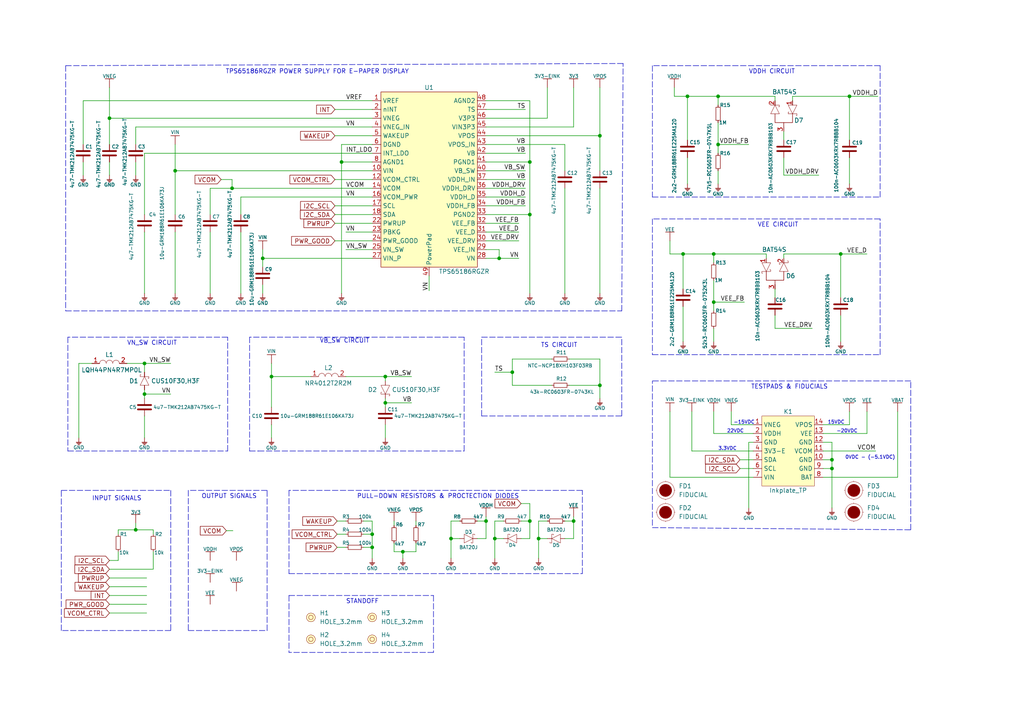
<source format=kicad_sch>
(kicad_sch (version 20211123) (generator eeschema)
  (paper "A4")
  (title_block (title "Soldered Inkplate PLUS2") (date "2023-04-13") (rev "V1.1.0.") (company "SOLDERED"))
  (junction (at 39.37 153.67))
  (junction (at 99.06 46.99))
  (junction (at 116.84 160.02))
  (junction (at 246.38 27.94))
  (junction (at 78.74 109.22))
  (junction (at 140.97 151.13))
  (junction (at 76.2 74.93))
  (junction (at 148.59 107.95))
  (junction (at 199.39 27.94))
  (junction (at 144.78 74.93))
  (junction (at 153.67 151.13))
  (junction (at 41.91 114.3))
  (junction (at 173.99 39.37))
  (junction (at 198.12 73.66))
  (junction (at 156.21 156.21))
  (junction (at 143.51 156.21))
  (junction (at 107.95 154.94))
  (junction (at 207.01 73.66))
  (junction (at 166.37 151.13))
  (junction (at 41.91 105.41))
  (junction (at 130.81 156.21))
  (junction (at 31.75 34.29))
  (junction (at 50.8 49.53))
  (junction (at 111.76 109.22))
  (junction (at 173.99 111.76))
  (junction (at 107.95 158.75))
  (junction (at 111.76 116.84))
  (junction (at 208.28 41.91))
  (junction (at 241.3 133.35))
  (junction (at 153.67 62.23))
  (junction (at 153.67 46.99))
  (junction (at 241.3 135.89))
  (junction (at 67.31 54.61))
  (junction (at 207.01 87.63))
  (junction (at 243.84 73.66))
  (junction (at 208.28 27.94))
  (wire (pts (xy 39.37 50.8) (xy 39.37 46.99)))
  (wire (pts (xy 224.79 95.25) (xy 224.79 91.44)))
  (wire (pts (xy 212.09 119.38) (xy 212.09 123.19)))
  (wire (pts (xy 224.79 95.25) (xy 235.585 95.25)))
  (wire (pts (xy 41.91 44.45) (xy 107.95 44.45)))
  (wire (pts (xy 246.38 123.19) (xy 246.38 119.38)))
  (wire (pts (xy 31.75 25.4) (xy 31.75 34.29)))
  (wire (pts (xy 163.83 156.21) (xy 166.37 156.21)))
  (wire (pts (xy 140.97 59.69) (xy 152.4 59.69)))
  (wire (pts (xy 200.66 130.81) (xy 200.66 119.38)))
  (polyline (pts (xy 189.23 63.5) (xy 189.23 102.87)))
  (polyline (pts (xy 264.16 110.49) (xy 189.23 110.49)))
  (wire (pts (xy 39.37 36.83) (xy 107.95 36.83)))
  (wire (pts (xy 140.97 72.39) (xy 144.78 72.39)))
  (wire (pts (xy 151.13 151.13) (xy 153.67 151.13)))
  (wire (pts (xy 173.99 25.4) (xy 173.99 39.37)))
  (wire (pts (xy 158.75 34.29) (xy 158.75 25.4)))
  (wire (pts (xy 114.3 157.48) (xy 114.3 160.02)))
  (polyline (pts (xy 19.685 97.79) (xy 19.685 130.81)))
  (wire (pts (xy 140.97 31.75) (xy 152.4 31.75)))
  (wire (pts (xy 140.97 52.07) (xy 152.4 52.07)))
  (wire (pts (xy 166.37 151.13) (xy 166.37 149.86)))
  (wire (pts (xy 31.75 170.18) (xy 42.545 170.18)))
  (wire (pts (xy 208.28 27.94) (xy 224.79 27.94)))
  (wire (pts (xy 39.37 153.67) (xy 44.45 153.67)))
  (wire (pts (xy 222.25 74.93) (xy 222.25 73.66)))
  (wire (pts (xy 67.31 52.07) (xy 67.31 54.61)))
  (wire (pts (xy 34.29 153.67) (xy 39.37 153.67)))
  (wire (pts (xy 229.87 29.21) (xy 229.87 27.94)))
  (wire (pts (xy 153.67 46.99) (xy 153.67 62.23)))
  (wire (pts (xy 114.3 152.4) (xy 114.3 151.13)))
  (wire (pts (xy 24.13 50.8) (xy 24.13 46.99)))
  (wire (pts (xy 243.84 73.66) (xy 251.46 73.66)))
  (wire (pts (xy 246.38 27.94) (xy 254.635 27.94)))
  (polyline (pts (xy 72.39 97.79) (xy 72.39 130.81)))
  (wire (pts (xy 107.95 74.93) (xy 76.2 74.93)))
  (wire (pts (xy 207.01 125.73) (xy 207.01 119.38)))
  (wire (pts (xy 97.155 31.75) (xy 107.95 31.75)))
  (wire (pts (xy 111.76 118.11) (xy 111.76 116.84)))
  (wire (pts (xy 120.65 152.4) (xy 120.65 151.13)))
  (wire (pts (xy 138.43 156.21) (xy 140.97 156.21)))
  (wire (pts (xy 97.155 39.37) (xy 107.95 39.37)))
  (wire (pts (xy 217.17 41.91) (xy 208.28 41.91)))
  (polyline (pts (xy 54.61 142.24) (xy 54.61 182.88)))
  (wire (pts (xy 254 130.81) (xy 238.76 130.81)))
  (wire (pts (xy 148.59 107.95) (xy 148.59 111.76)))
  (wire (pts (xy 208.28 35.56) (xy 208.28 41.91)))
  (wire (pts (xy 218.44 125.73) (xy 207.01 125.73)))
  (wire (pts (xy 140.97 62.23) (xy 153.67 62.23)))
  (wire (pts (xy 39.37 41.91) (xy 39.37 36.83)))
  (wire (pts (xy 227.33 45.72) (xy 227.33 50.8)))
  (wire (pts (xy 76.2 74.93) (xy 76.2 72.39)))
  (wire (pts (xy 140.97 57.15) (xy 152.4 57.15)))
  (polyline (pts (xy 74.93 130.81) (xy 134.62 130.81)))
  (wire (pts (xy 100.33 67.31) (xy 107.95 67.31)))
  (wire (pts (xy 60.96 67.31) (xy 60.96 85.09)))
  (wire (pts (xy 207.01 81.28) (xy 207.01 87.63)))
  (wire (pts (xy 31.75 175.26) (xy 42.545 175.26)))
  (wire (pts (xy 166.37 151.13) (xy 166.37 156.21)))
  (wire (pts (xy 151.13 146.05) (xy 153.67 146.05)))
  (wire (pts (xy 76.2 82.55) (xy 76.2 85.09)))
  (wire (pts (xy 67.31 54.61) (xy 107.95 54.61)))
  (wire (pts (xy 140.97 34.29) (xy 158.75 34.29)))
  (wire (pts (xy 140.97 74.93) (xy 144.78 74.93)))
  (wire (pts (xy 107.95 158.75) (xy 107.95 161.925)))
  (polyline (pts (xy 66.04 97.79) (xy 19.685 97.79)))
  (polyline (pts (xy 168.91 142.24) (xy 83.82 142.24)))
  (polyline (pts (xy 189.23 102.87) (xy 255.27 102.87)))
  (wire (pts (xy 218.44 135.89) (xy 214.63 135.89)))
  (wire (pts (xy 97.79 158.75) (xy 100.33 158.75)))
  (wire (pts (xy 207.01 76.2) (xy 207.01 73.66)))
  (wire (pts (xy 99.06 46.99) (xy 99.06 85.09)))
  (wire (pts (xy 50.8 49.53) (xy 50.8 41.91)))
  (wire (pts (xy 107.95 151.13) (xy 107.95 154.94)))
  (wire (pts (xy 241.3 147.32) (xy 241.3 135.89)))
  (polyline (pts (xy 180.34 120.65) (xy 180.34 97.79)))
  (wire (pts (xy 120.65 157.48) (xy 120.65 160.02)))
  (polyline (pts (xy 83.82 166.37) (xy 168.91 166.37)))
  (wire (pts (xy 100.33 151.13) (xy 97.79 151.13)))
  (wire (pts (xy 229.87 27.94) (xy 246.38 27.94)))
  (wire (pts (xy 243.84 91.44) (xy 243.84 99.06)))
  (wire (pts (xy 64.135 52.07) (xy 67.31 52.07)))
  (polyline (pts (xy 255.27 63.5) (xy 189.23 63.5)))
  (wire (pts (xy 41.91 114.3) (xy 49.53 114.3)))
  (wire (pts (xy 34.29 160.02) (xy 34.29 162.56)))
  (wire (pts (xy 100.33 109.22) (xy 111.76 109.22)))
  (wire (pts (xy 140.97 44.45) (xy 152.4 44.45)))
  (wire (pts (xy 251.46 125.73) (xy 251.46 119.38)))
  (wire (pts (xy 163.83 151.13) (xy 166.37 151.13)))
  (wire (pts (xy 24.13 41.91) (xy 24.13 29.21)))
  (polyline (pts (xy 134.62 130.81) (xy 134.62 97.79)))
  (polyline (pts (xy 125.73 189.23) (xy 83.82 189.23)))
  (polyline (pts (xy 19.05 19.05) (xy 19.05 90.17)))
  (wire (pts (xy 243.84 86.36) (xy 243.84 73.66)))
  (wire (pts (xy 31.75 34.29) (xy 107.95 34.29)))
  (wire (pts (xy 143.51 107.95) (xy 148.59 107.95)))
  (wire (pts (xy 173.99 111.76) (xy 173.99 115.57)))
  (wire (pts (xy 60.96 54.61) (xy 67.31 54.61)))
  (wire (pts (xy 158.75 156.21) (xy 156.21 156.21)))
  (wire (pts (xy 34.29 154.94) (xy 34.29 153.67)))
  (polyline (pts (xy 66.04 130.81) (xy 66.04 97.79)))
  (wire (pts (xy 148.59 104.14) (xy 160.02 104.14)))
  (wire (pts (xy 130.81 156.21) (xy 130.81 161.925)))
  (polyline (pts (xy 189.23 57.15) (xy 255.27 57.15)))
  (wire (pts (xy 218.44 130.81) (xy 200.66 130.81)))
  (wire (pts (xy 140.97 36.83) (xy 166.37 36.83)))
  (wire (pts (xy 78.74 105.41) (xy 78.74 109.22)))
  (wire (pts (xy 173.99 54.61) (xy 173.99 85.09)))
  (wire (pts (xy 97.155 52.07) (xy 107.95 52.07)))
  (wire (pts (xy 241.3 133.35) (xy 238.76 133.35)))
  (wire (pts (xy 31.75 177.8) (xy 42.545 177.8)))
  (wire (pts (xy 69.85 57.15) (xy 69.85 62.23)))
  (wire (pts (xy 207.01 99.06) (xy 207.01 95.25)))
  (wire (pts (xy 158.75 151.13) (xy 156.21 151.13)))
  (wire (pts (xy 41.91 105.41) (xy 41.91 107.95)))
  (wire (pts (xy 97.79 154.94) (xy 100.33 154.94)))
  (wire (pts (xy 60.96 62.23) (xy 60.96 54.61)))
  (wire (pts (xy 208.28 30.48) (xy 208.28 27.94)))
  (wire (pts (xy 238.76 135.89) (xy 241.3 135.89)))
  (wire (pts (xy 140.97 54.61) (xy 152.4 54.61)))
  (wire (pts (xy 105.41 158.75) (xy 107.95 158.75)))
  (wire (pts (xy 156.21 151.13) (xy 156.21 156.21)))
  (wire (pts (xy 69.85 57.15) (xy 107.95 57.15)))
  (polyline (pts (xy 83.82 172.72) (xy 83.82 189.23)))
  (polyline (pts (xy 168.91 166.37) (xy 168.91 142.24)))
  (wire (pts (xy 173.99 104.14) (xy 173.99 111.76)))
  (wire (pts (xy 41.91 120.65) (xy 41.91 127)))
  (wire (pts (xy 97.155 69.85) (xy 107.95 69.85)))
  (wire (pts (xy 90.17 109.22) (xy 78.74 109.22)))
  (wire (pts (xy 224.79 27.94) (xy 224.79 29.21)))
  (wire (pts (xy 238.76 138.43) (xy 260.35 138.43)))
  (wire (pts (xy 124.46 80.01) (xy 124.46 84.328)))
  (wire (pts (xy 195.58 25.4) (xy 195.58 27.94)))
  (wire (pts (xy 194.31 138.43) (xy 218.44 138.43)))
  (polyline (pts (xy 255.27 102.87) (xy 255.27 63.5)))
  (wire (pts (xy 99.06 41.91) (xy 107.95 41.91)))
  (wire (pts (xy 105.41 154.94) (xy 107.95 154.94)))
  (wire (pts (xy 99.06 46.99) (xy 107.95 46.99)))
  (wire (pts (xy 199.39 40.64) (xy 199.39 27.94)))
  (wire (pts (xy 138.43 151.13) (xy 140.97 151.13)))
  (wire (pts (xy 165.1 104.14) (xy 173.99 104.14)))
  (polyline (pts (xy 83.82 172.72) (xy 125.73 172.72)))
  (polyline (pts (xy 264.16 153.67) (xy 264.16 110.49)))
  (wire (pts (xy 140.97 151.13) (xy 140.97 156.21)))
  (wire (pts (xy 140.97 67.31) (xy 150.495 67.31)))
  (polyline (pts (xy 17.78 182.88) (xy 17.78 142.24)))
  (wire (pts (xy 156.21 156.21) (xy 156.21 161.925)))
  (wire (pts (xy 26.67 105.41) (xy 22.86 105.41)))
  (wire (pts (xy 194.31 73.66) (xy 198.12 73.66)))
  (wire (pts (xy 163.83 49.53) (xy 163.83 41.91)))
  (wire (pts (xy 50.8 62.23) (xy 50.8 49.53)))
  (polyline (pts (xy 189.23 19.05) (xy 189.23 57.15)))
  (wire (pts (xy 140.97 49.53) (xy 152.4 49.53)))
  (wire (pts (xy 207.01 73.66) (xy 222.25 73.66)))
  (wire (pts (xy 227.33 50.8) (xy 237.49 50.8)))
  (wire (pts (xy 194.31 119.38) (xy 194.31 138.43)))
  (wire (pts (xy 114.3 160.02) (xy 116.84 160.02)))
  (wire (pts (xy 208.28 41.91) (xy 208.28 44.45)))
  (wire (pts (xy 173.99 39.37) (xy 173.99 49.53)))
  (wire (pts (xy 39.37 151.765) (xy 39.37 153.67)))
  (polyline (pts (xy 17.78 142.24) (xy 49.53 142.24)))
  (polyline (pts (xy 83.82 142.24) (xy 83.82 166.37)))
  (wire (pts (xy 41.91 85.09) (xy 41.91 67.31)))
  (wire (pts (xy 24.13 29.21) (xy 107.95 29.21)))
  (wire (pts (xy 165.1 111.76) (xy 173.99 111.76)))
  (wire (pts (xy 195.58 27.94) (xy 199.39 27.94)))
  (polyline (pts (xy 255.27 57.15) (xy 255.27 19.05)))
  (wire (pts (xy 41.91 113.03) (xy 41.91 114.3)))
  (wire (pts (xy 140.97 39.37) (xy 173.99 39.37)))
  (polyline (pts (xy 19.685 130.81) (xy 66.04 130.81)))
  (wire (pts (xy 76.2 77.47) (xy 76.2 74.93)))
  (wire (pts (xy 153.67 146.05) (xy 153.67 151.13)))
  (wire (pts (xy 246.38 53.34) (xy 246.38 45.72)))
  (wire (pts (xy 246.38 40.64) (xy 246.38 27.94)))
  (wire (pts (xy 65.659 153.924) (xy 67.564 153.924)))
  (wire (pts (xy 144.78 72.39) (xy 144.78 74.93)))
  (wire (pts (xy 194.31 69.85) (xy 194.31 73.66)))
  (wire (pts (xy 146.05 156.21) (xy 143.51 156.21)))
  (wire (pts (xy 218.44 128.27) (xy 217.17 128.27)))
  (wire (pts (xy 143.51 156.21) (xy 143.51 161.925)))
  (polyline (pts (xy 180.721 18.415) (xy 19.05 19.05)))
  (wire (pts (xy 153.67 62.23) (xy 153.67 85.09)))
  (wire (pts (xy 227.33 73.66) (xy 243.84 73.66)))
  (polyline (pts (xy 180.34 90.17) (xy 180.721 18.415)))
  (polyline (pts (xy 189.23 152.4) (xy 189.23 110.49)))
  (wire (pts (xy 241.3 128.27) (xy 241.3 133.35)))
  (polyline (pts (xy 189.23 153.035) (xy 264.16 153.67)))
  (wire (pts (xy 31.75 46.99) (xy 31.75 50.8)))
  (wire (pts (xy 107.95 154.94) (xy 107.95 158.75)))
  (wire (pts (xy 44.45 153.67) (xy 44.45 154.94)))
  (wire (pts (xy 224.79 83.82) (xy 224.79 86.36)))
  (polyline (pts (xy 139.7 120.65) (xy 180.34 120.65)))
  (wire (pts (xy 105.41 151.13) (xy 107.95 151.13)))
  (wire (pts (xy 208.28 49.53) (xy 208.28 53.34)))
  (polyline (pts (xy 125.73 172.72) (xy 125.73 189.23)))
  (wire (pts (xy 140.97 69.85) (xy 150.495 69.85)))
  (wire (pts (xy 78.74 123.19) (xy 78.74 127)))
  (wire (pts (xy 166.37 25.4) (xy 166.37 36.83)))
  (wire (pts (xy 140.97 149.86) (xy 140.97 151.13)))
  (wire (pts (xy 140.97 46.99) (xy 153.67 46.99)))
  (wire (pts (xy 199.39 27.94) (xy 208.28 27.94)))
  (wire (pts (xy 153.67 29.21) (xy 153.67 46.99)))
  (wire (pts (xy 241.3 135.89) (xy 241.3 133.35)))
  (wire (pts (xy 148.59 107.95) (xy 148.59 104.14)))
  (wire (pts (xy 143.51 151.13) (xy 143.51 156.21)))
  (polyline (pts (xy 139.7 120.65) (xy 139.7 97.79)))
  (wire (pts (xy 111.76 116.84) (xy 119.38 116.84)))
  (wire (pts (xy 50.8 49.53) (xy 107.95 49.53)))
  (polyline (pts (xy 77.47 182.88) (xy 77.47 142.24)))
  (wire (pts (xy 50.8 67.31) (xy 50.8 85.09)))
  (wire (pts (xy 238.76 123.19) (xy 246.38 123.19)))
  (wire (pts (xy 133.35 156.21) (xy 130.81 156.21)))
  (wire (pts (xy 31.75 172.72) (xy 42.545 172.72)))
  (wire (pts (xy 238.76 125.73) (xy 251.46 125.73)))
  (wire (pts (xy 199.39 53.34) (xy 199.39 45.72)))
  (wire (pts (xy 111.76 123.19) (xy 111.76 127)))
  (wire (pts (xy 144.78 74.93) (xy 150.495 74.93)))
  (wire (pts (xy 44.45 165.1) (xy 44.45 160.02)))
  (wire (pts (xy 130.81 151.13) (xy 130.81 156.21)))
  (polyline (pts (xy 134.62 97.79) (xy 72.39 97.79)))
  (wire (pts (xy 111.76 115.57) (xy 111.76 116.84)))
  (wire (pts (xy 116.84 160.02) (xy 116.84 161.925)))
  (wire (pts (xy 140.97 29.21) (xy 153.67 29.21)))
  (wire (pts (xy 31.75 167.64) (xy 42.545 167.64)))
  (wire (pts (xy 100.33 72.39) (xy 107.95 72.39)))
  (wire (pts (xy 31.75 165.1) (xy 44.45 165.1)))
  (wire (pts (xy 163.83 85.09) (xy 163.83 54.61)))
  (wire (pts (xy 151.13 156.21) (xy 153.67 156.21)))
  (wire (pts (xy 41.91 62.23) (xy 41.91 44.45)))
  (wire (pts (xy 97.155 62.23) (xy 107.95 62.23)))
  (wire (pts (xy 160.02 111.76) (xy 148.59 111.76)))
  (wire (pts (xy 133.35 151.13) (xy 130.81 151.13)))
  (wire (pts (xy 212.09 123.19) (xy 218.44 123.19)))
  (wire (pts (xy 198.12 73.66) (xy 207.01 73.66)))
  (wire (pts (xy 140.97 64.77) (xy 150.495 64.77)))
  (wire (pts (xy 116.84 160.02) (xy 120.65 160.02)))
  (polyline (pts (xy 54.61 182.88) (xy 77.47 182.88)))
  (wire (pts (xy 227.33 40.64) (xy 227.33 38.1)))
  (wire (pts (xy 140.97 41.91) (xy 163.83 41.91)))
  (wire (pts (xy 31.75 34.29) (xy 31.75 41.91)))
  (wire (pts (xy 97.155 64.77) (xy 107.95 64.77)))
  (wire (pts (xy 198.12 83.82) (xy 198.12 73.66)))
  (wire (pts (xy 69.85 67.31) (xy 69.85 85.09)))
  (polyline (pts (xy 255.27 19.05) (xy 189.23 19.05)))
  (polyline (pts (xy 72.39 130.81) (xy 74.93 130.81)))
  (wire (pts (xy 111.76 109.22) (xy 119.38 109.22)))
  (wire (pts (xy 41.91 115.57) (xy 41.91 114.3)))
  (polyline (pts (xy 139.7 97.79) (xy 180.34 97.79)))
  (wire (pts (xy 99.06 41.91) (xy 99.06 46.99)))
  (wire (pts (xy 41.91 105.41) (xy 49.53 105.41)))
  (polyline (pts (xy 77.47 142.24) (xy 54.61 142.24)))
  (wire (pts (xy 207.01 87.63) (xy 215.9 87.63)))
  (polyline (pts (xy 49.53 142.24) (xy 49.53 182.88)))
  (wire (pts (xy 227.33 74.93) (xy 227.33 73.66)))
  (wire (pts (xy 198.12 88.9) (xy 198.12 99.06)))
  (wire (pts (xy 97.155 59.69) (xy 107.95 59.69)))
  (wire (pts (xy 218.44 133.35) (xy 214.63 133.35)))
  (polyline (pts (xy 49.53 182.88) (xy 17.78 182.88)))
  (wire (pts (xy 153.67 151.13) (xy 153.67 156.21)))
  (wire (pts (xy 238.76 128.27) (xy 241.3 128.27)))
  (wire (pts (xy 260.35 138.43) (xy 260.35 119.38)))
  (wire (pts (xy 217.17 128.27) (xy 217.17 147.32)))
  (wire (pts (xy 207.01 90.17) (xy 207.01 87.63)))
  (wire (pts (xy 111.76 109.22) (xy 111.76 110.49)))
  (wire (pts (xy 36.83 105.41) (xy 41.91 105.41)))
  (wire (pts (xy 78.74 109.22) (xy 78.74 118.11)))
  (wire (pts (xy 22.86 105.41) (xy 22.86 127)))
  (wire (pts (xy 34.29 162.56) (xy 31.75 162.56)))
  (wire (pts (xy 146.05 151.13) (xy 143.51 151.13)))
  (polyline (pts (xy 19.05 90.17) (xy 180.34 90.17)))
  (text "VB_SW CIRCUIT\n" (at 92.71 99.695 0) (effects (font (size 1.27 1.27)) (justify left bottom)))
  (text "OUTPUT SIGNALS" (at 58.42 144.78 0) (effects (font (size 1.27 1.27)) (justify left bottom)))
  (text "VEE CIRCUIT\n" (at 219.71 66.04 0) (effects (font (size 1.27 1.27)) (justify left bottom)))
  (text "0VDC - (-5.1VDC)" (at 245.11 133.35 0) (effects (font (size 1 1)) (justify left bottom)))
  (text "-20VDC" (at 242.57 125.73 0) (effects (font (size 1 1)) (justify left bottom)))
  (text "TS CIRCUIT\n" (at 156.845 100.965 0) (effects (font (size 1.27 1.27)) (justify left bottom)))
  (text "STANDOFF" (at 100.33 175.26 0) (effects (font (size 1.27 1.27)) (justify left bottom)))
  (text "TPS65186RGZR POWER SUPPLY FOR E-PAPER DISPLAY" (at 65.405 21.59 0) (effects (font (size 1.27 1.27)) (justify left bottom)))
  (text "3.3VDC\n" (at 208.28 130.81 0) (effects (font (size 1 1)) (justify left bottom)))
  (text "22VDC\n" (at 210.82 125.73 0) (effects (font (size 1 1)) (justify left bottom)))
  (text "VDDH CIRCUIT\n" (at 217.17 21.59 0) (effects (font (size 1.27 1.27)) (justify left bottom)))
  (text "TESTPADS & FIDUCIALS" (at 217.805 113.03 0) (effects (font (size 1.27 1.27)) (justify left bottom)))
  (text "PULL-DOWN RESISTORS & PROCTECTION DIODES" (at 103.505 144.78 0) (effects (font (size 1.27 1.27)) (justify left bottom)))
  (text "VN_SW CIRCUIT\n" (at 36.83 100.33 0) (effects (font (size 1.27 1.27)) (justify left bottom)))
  (text "-15VDC\n" (at 212.725 123.19 0) (effects (font (size 1 1)) (justify left bottom)))
  (text "INPUT SIGNALS\n" (at 26.67 145.415 0) (effects (font (size 1.27 1.27)) (justify left bottom)))
  (text "15VDC\n" (at 240.03 123.19 0) (effects (font (size 1 1)) (justify left bottom)))
  (label "VN_SW" (at 100.33 72.39 0))
  (label "VDDH_DRV" (at 237.49 50.8 180))
  (label "TS" (at 152.4 31.75 180))
  (label "VDDH_DRV" (at 152.4 54.61 180))
  (label "VEE_DRV" (at 235.585 95.25 180))
  (label "VEE_FB" (at 150.495 64.77 180))
  (label "VB" (at 119.38 116.84 180))
  (label "VEE_FB" (at 215.9 87.63 180))
  (label "VN" (at 150.495 74.93 180))
  (label "VDDH_FB" (at 152.4 59.69 180))
  (label "VDDH_D" (at 152.4 57.15 180))
  (label "VEE_D" (at 150.495 67.31 180))
  (label "VCOM" (at 254 130.81 180))
  (label "INT_LDO" (at 100.33 44.45 0))
  (label "VEE_DRV" (at 150.495 69.85 180))
  (label "VEE_D" (at 251.46 73.66 180))
  (label "VB" (at 152.4 41.91 180))
  (label "VB" (at 152.4 44.45 180))
  (label "TS" (at 143.51 107.95 0))
  (label "VN" (at 124.46 84.328 90))
  (label "VN" (at 100.33 36.83 0))
  (label "VN_SW" (at 49.53 105.41 180))
  (label "VDDH_D" (at 254.635 27.94 180))
  (label "VN" (at 100.33 67.31 0))
  (label "VB" (at 152.4 52.07 180))
  (label "VN" (at 49.53 114.3 180))
  (label "VN" (at 100.33 57.15 0))
  (label "VDDH_FB" (at 217.17 41.91 180))
  (label "VREF" (at 100.33 29.21 0))
  (label "VCOM" (at 100.33 54.61 0))
  (label "VB_SW" (at 119.38 109.22 180))
  (label "VB_SW" (at 152.4 49.53 180))
  (global_label "I2C_SCL" (shape input) (at 31.75 162.56 180) (property "Intersheet References" "${INTERSHEET_REFS}" (effects hide)))
  (global_label "VCOM_CTRL" (shape input) (at 97.155 52.07 180) (property "Intersheet References" "${INTERSHEET_REFS}" (effects hide)))
  (global_label "PWR_GOOD" (shape input) (at 31.75 175.26 180) (property "Intersheet References" "${INTERSHEET_REFS}" (effects hide)))
  (global_label "I2C_SDA" (shape input) (at 31.75 165.1 180) (property "Intersheet References" "${INTERSHEET_REFS}" (effects hide)))
  (global_label "PWRUP" (shape input) (at 97.155 64.77 180) (property "Intersheet References" "${INTERSHEET_REFS}" (effects hide)))
  (global_label "VCOM" (shape input) (at 64.135 52.07 180) (property "Intersheet References" "${INTERSHEET_REFS}" (effects hide)))
  (global_label "I2C_SDA" (shape input) (at 214.63 133.35 180) (property "Intersheet References" "${INTERSHEET_REFS}" (effects hide)))
  (global_label "PWRUP" (shape input) (at 97.79 158.75 180) (property "Intersheet References" "${INTERSHEET_REFS}" (effects hide)))
  (global_label "WAKEUP" (shape input) (at 31.75 170.18 180) (property "Intersheet References" "${INTERSHEET_REFS}" (effects hide)))
  (global_label "PWR_GOOD" (shape input) (at 97.155 69.85 180) (property "Intersheet References" "${INTERSHEET_REFS}" (effects hide)))
  (global_label "PWRUP" (shape input) (at 31.75 167.64 180) (property "Intersheet References" "${INTERSHEET_REFS}" (effects hide)))
  (global_label "VCOM_CTRL" (shape input) (at 31.75 177.8 180) (property "Intersheet References" "${INTERSHEET_REFS}" (effects hide)))
  (global_label "I2C_SCL" (shape input) (at 214.63 135.89 180) (property "Intersheet References" "${INTERSHEET_REFS}" (effects hide)))
  (global_label "INT" (shape input) (at 97.155 31.75 180) (property "Intersheet References" "${INTERSHEET_REFS}" (effects hide)))
  (global_label "I2C_SDA" (shape input) (at 97.155 62.23 180) (property "Intersheet References" "${INTERSHEET_REFS}" (effects hide)))
  (global_label "VCOM" (shape input) (at 65.659 153.924 180) (property "Intersheet References" "${INTERSHEET_REFS}" (effects hide)))
  (global_label "INT" (shape input) (at 31.75 172.72 180) (property "Intersheet References" "${INTERSHEET_REFS}" (effects hide)))
  (global_label "WAKEUP" (shape input) (at 97.79 151.13 180) (property "Intersheet References" "${INTERSHEET_REFS}" (effects hide)))
  (global_label "WAKEUP" (shape input) (at 97.155 39.37 180) (property "Intersheet References" "${INTERSHEET_REFS}" (effects hide)))
  (global_label "VCOM" (shape input) (at 151.13 146.05 180) (property "Intersheet References" "${INTERSHEET_REFS}" (effects hide)))
  (global_label "I2C_SCL" (shape input) (at 97.155 59.69 180) (property "Intersheet References" "${INTERSHEET_REFS}" (effects hide)))
  (global_label "VCOM_CTRL" (shape input) (at 97.79 154.94 180) (property "Intersheet References" "${INTERSHEET_REFS}" (effects hide)))
  (symbol (lib_id "e-radionica.com schematics:VDDH") (at 60.96 162.56 0) (unit 1)
    (property "Reference" "#PWR012" (effects hide))
    (property "Value" "VDDH" (at 60.96 159.258 0) (effects (font (size 1 1))))
  )
  (symbol (lib_id "e-radionica.com schematics:0603R") (at 207.01 78.74 90) (unit 1)
    (property "Reference" "R13" (at 207.518 76.2 90) (effects (font (size 1 1)) (justify right)))
    (property "Value" "1M" (at 207.264 81.28 90) (effects (font (size 1 1)) (justify right)))
    (property "Footprint" "e-radionica.com footprinti:0603R" (effects hide))
  )
  (symbol (lib_id "e-radionica.com schematics:CUS10F30,H3F") (at 41.91 110.49 90) (unit 1)
    (property "Reference" "D1" (at 37.465 110.49 90) (effects (justify right)))
    (property "Value" "CUS10F30,H3F" (at 43.815 110.49 90) (effects (justify right)))
    (property "Footprint" "e-radionica.com footprinti:SOD-323-2" (effects hide))
  )
  (symbol (lib_id "e-radionica.com schematics:GND") (at 107.95 161.925 0) (unit 1)
    (property "Reference" "#PWR023" (effects hide))
    (property "Value" "GND" (at 107.95 164.846 0) (effects (font (size 1 1))))
  )
  (symbol (lib_id "e-radionica.com schematics:BAT54S") (at 227.33 34.29 270) (unit 1)
    (property "Reference" "D7" (at 233.045 34.925 90) (effects (justify right)))
    (property "Value" "BAT54S" (at 231.14 26.67 90) (effects (justify right)))
    (property "Footprint" "e-radionica.com footprinti:SOT-23-3" (effects hide))
  )
  (symbol (lib_id "e-radionica.com schematics:FIDUCIAL") (at 193.04 148.59 0) (unit 1) (in_bom no)
    (property "Reference" "FD2" (at 196.85 147.3199 0) (effects (justify left)))
    (property "Value" "FIDUCIAL" (at 196.85 149.8599 0) (effects (justify left)))
    (property "Footprint" "e-radionica.com footprinti:FIDUCIAL_23" (effects hide))
  )
  (symbol (lib_id "e-radionica.com schematics:HOLE_3.2mm") (at 90.17 179.07 0) (unit 1)
    (property "Reference" "H1" (at 92.71 177.7999 0) (effects (justify left)))
    (property "Value" "HOLE_3.2mm" (at 92.71 180.3399 0) (effects (justify left)))
    (property "Footprint" "e-radionica.com footprinti:HOLE_3.2mm" (effects hide))
  )
  (symbol (lib_id "e-radionica.com schematics:GND") (at 208.28 53.34 0) (unit 1)
    (property "Reference" "#PWR048" (effects hide))
    (property "Value" "GND" (at 208.28 56.261 0) (effects (font (size 1 1))))
  )
  (symbol (lib_id "e-radionica.com schematics:GND") (at 31.75 50.8 0) (unit 1)
    (property "Reference" "#PWR04" (effects hide))
    (property "Value" "GND" (at 31.75 53.594 0) (effects (font (size 1 1))))
  )
  (symbol (lib_id "e-radionica.com schematics:GND") (at 173.99 115.57 0) (unit 1)
    (property "Reference" "#PWR039" (effects hide))
    (property "Value" "GND" (at 173.99 118.364 0) (effects (font (size 1 1))))
  )
  (symbol (lib_id "e-radionica.com schematics:0805C") (at 69.85 64.77 90) (unit 1)
    (property "Reference" "C8" (at 70.485 62.865 90) (effects (font (size 1 1)) (justify right)))
    (property "Value" "4u7-TMK212AB7475KG-T" (at 66.675 55.245 0) (effects (font (size 1 1)) (justify right)))
    (property "Footprint" "e-radionica.com footprinti:0805C" (effects hide))
  )
  (symbol (lib_id "e-radionica.com schematics:0805C") (at 163.83 52.07 90) (unit 1)
    (property "Reference" "C12" (at 164.465 50.165 90) (effects (font (size 1 1)) (justify right)))
    (property "Value" "4u7-TMK212AB7475KG-T" (at 160.655 42.545 0) (effects (font (size 1 1)) (justify right)))
    (property "Footprint" "e-radionica.com footprinti:0805C" (effects hide))
  )
  (symbol (lib_id "e-radionica.com schematics:VNEG") (at 212.09 119.38 0) (unit 1)
    (property "Reference" "#PWR049" (effects hide))
    (property "Value" "VNEG" (at 212.09 116.078 0) (effects (font (size 1 1))))
  )
  (symbol (lib_id "e-radionica.com schematics:GND") (at 143.51 161.925 0) (unit 1)
    (property "Reference" "#PWR030" (effects hide))
    (property "Value" "GND" (at 143.51 164.846 0) (effects (font (size 1 1))))
  )
  (symbol (lib_id "e-radionica.com schematics:GND") (at 243.84 99.06 0) (unit 1)
    (property "Reference" "#PWR052" (effects hide))
    (property "Value" "GND" (at 243.84 101.981 0) (effects (font (size 1 1))))
  )
  (symbol (lib_id "e-radionica.com schematics:GND") (at 116.84 161.925 0) (unit 1)
    (property "Reference" "#PWR026" (effects hide))
    (property "Value" "GND" (at 116.84 164.846 0) (effects (font (size 1 1))))
  )
  (symbol (lib_id "e-radionica.com schematics:VPOS") (at 246.38 119.38 0) (unit 1)
    (property "Reference" "#PWR054" (effects hide))
    (property "Value" "VPOS" (at 246.38 116.078 0) (effects (font (size 1 1))))
  )
  (symbol (lib_id "e-radionica.com schematics:GND") (at 241.3 147.32 0) (unit 1)
    (property "Reference" "#PWR051" (effects hide))
    (property "Value" "GND" (at 241.3 150.241 0) (effects (font (size 1 1))))
  )
  (symbol (lib_id "e-radionica.com schematics:BAT20J") (at 148.59 156.21 180) (unit 1)
    (property "Reference" "D4" (at 148.59 158.115 0) (effects (font (size 1 1))))
    (property "Value" "BAT20J" (at 148.59 153.67 0) (effects (font (size 1 1))))
    (property "Footprint" "e-radionica.com footprinti:SOD-323" (effects hide))
  )
  (symbol (lib_id "e-radionica.com schematics:0805C") (at 31.75 44.45 90) (unit 1)
    (property "Reference" "C2" (at 32.385 42.545 90) (effects (font (size 1 1)) (justify right)))
    (property "Value" "4u7-TMK212AB7475KG-T" (at 28.575 34.925 0) (effects (font (size 1 1)) (justify right)))
    (property "Footprint" "e-radionica.com footprinti:0805C" (effects hide))
  )
  (symbol (lib_id "e-radionica.com schematics:GND") (at 199.39 53.34 0) (unit 1)
    (property "Reference" "#PWR044" (effects hide))
    (property "Value" "GND" (at 199.39 56.261 0) (effects (font (size 1 1))))
  )
  (symbol (lib_id "e-radionica.com schematics:CUS10F30,H3F") (at 111.76 113.03 270) (unit 1)
    (property "Reference" "D2" (at 106.68 113.03 90) (effects (justify left)))
    (property "Value" "CUS10F30,H3F" (at 113.665 113.03 90) (effects (justify left)))
    (property "Footprint" "e-radionica.com footprinti:SOD-323-2" (effects hide))
  )
  (symbol (lib_id "e-radionica.com schematics:VDDH") (at 140.97 149.86 0) (unit 1)
    (property "Reference" "#PWR029" (effects hide))
    (property "Value" "VDDH" (at 140.97 146.558 0) (effects (font (size 1 1))))
  )
  (symbol (lib_id "e-radionica.com schematics:0603R") (at 208.28 33.02 90) (unit 1)
    (property "Reference" "R15" (at 208.788 30.48 90) (effects (font (size 1 1)) (justify right)))
    (property "Value" "1M" (at 208.534 35.56 90) (effects (font (size 1 1)) (justify right)))
    (property "Footprint" "e-radionica.com footprinti:0603R" (effects hide))
  )
  (symbol (lib_id "e-radionica.com schematics:3V3-EINK") (at 200.66 119.38 0) (unit 1)
    (property "Reference" "#PWR045" (effects hide))
    (property "Value" "3V3-EINK" (at 200.66 116.078 0) (effects (font (size 1 1))))
  )
  (symbol (lib_id "e-radionica.com schematics:0603C") (at 76.2 80.01 90) (unit 1)
    (property "Reference" "C9" (at 76.835 78.105 90) (effects (font (size 1 1)) (justify right)))
    (property "Value" "10u-GRM188R61E106KA73J" (at 73.025 67.31 0) (effects (font (size 1 1)) (justify right)))
    (property "Footprint" "e-radionica.com footprinti:0603C" (effects hide))
  )
  (symbol (lib_id "e-radionica.com schematics:0603R") (at 34.29 157.48 90) (unit 1)
    (property "Reference" "R1" (at 34.798 154.94 90) (effects (font (size 1 1)) (justify right)))
    (property "Value" "10k" (at 34.544 160.274 90) (effects (font (size 1 1)) (justify right)))
    (property "Footprint" "e-radionica.com footprinti:0603R" (effects hide))
  )
  (symbol (lib_id "e-radionica.com schematics:0603C") (at 78.74 120.65 90) (unit 1)
    (property "Reference" "C10" (at 73.025 120.65 90) (effects (font (size 1 1)) (justify right)))
    (property "Value" "10u-GRM188R61E106KA73J" (at 81.28 120.65 90) (effects (font (size 1 1)) (justify right)))
    (property "Footprint" "e-radionica.com footprinti:0603C" (effects hide))
  )
  (symbol (lib_id "e-radionica.com schematics:0603R") (at 102.87 158.75 0) (unit 1)
    (property "Reference" "R5" (at 100.33 157.48 0) (effects (font (size 1 1))))
    (property "Value" "100k" (at 105.918 157.48 0) (effects (font (size 1 1))))
    (property "Footprint" "e-radionica.com footprinti:0603R" (effects hide))
  )
  (symbol (lib_id "e-radionica.com schematics:VEE") (at 194.31 69.85 0) (unit 1)
    (property "Reference" "#PWR040" (effects hide))
    (property "Value" "VEE" (at 194.31 66.548 0) (effects (font (size 1 1))))
  )
  (symbol (lib_id "e-radionica.com schematics:VPOS") (at 120.65 151.13 0) (unit 1)
    (property "Reference" "#PWR027" (effects hide))
    (property "Value" "VPOS" (at 120.65 147.828 0) (effects (font (size 1 1))))
  )
  (symbol (lib_id "e-radionica.com schematics:0603C") (at 199.39 43.18 90) (unit 1)
    (property "Reference" "C15" (at 200.025 41.275 90) (effects (font (size 1 1)) (justify right)))
    (property "Value" "2u2-GRM188R61E225MA12D" (at 195.58 34.29 0) (effects (font (size 1 1)) (justify right)))
    (property "Footprint" "e-radionica.com footprinti:0603C" (effects hide))
  )
  (symbol (lib_id "e-radionica.com schematics:0603C") (at 224.79 88.9 270) (unit 1)
    (property "Reference" "C16" (at 227.965 86.995 90) (effects (font (size 1 1)) (justify right)))
    (property "Value" "10n-AC0603KRX7R8BB103" (at 219.71 99.06 0) (effects (font (size 1 1)) (justify right)))
    (property "Footprint" "e-radionica.com footprinti:0603C" (effects hide))
  )
  (symbol (lib_id "e-radionica.com schematics:GND") (at 207.01 99.06 0) (unit 1)
    (property "Reference" "#PWR046" (effects hide))
    (property "Value" "GND" (at 207.01 101.981 0) (effects (font (size 1 1))))
  )
  (symbol (lib_id "e-radionica.com schematics:BAT20J") (at 161.29 156.21 180) (unit 1)
    (property "Reference" "D5" (at 161.29 158.115 0) (effects (font (size 1 1))))
    (property "Value" "BAT20J" (at 161.29 153.67 0) (effects (font (size 1 1))))
    (property "Footprint" "e-radionica.com footprinti:SOD-323" (effects hide))
  )
  (symbol (lib_id "e-radionica.com schematics:3V3-EINK") (at 158.75 25.4 0) (unit 1)
    (property "Reference" "#PWR033" (effects hide))
    (property "Value" "3V3-EINK" (at 158.75 22.098 0) (effects (font (size 1 1))))
  )
  (symbol (lib_id "e-radionica.com schematics:0603C") (at 246.38 43.18 90) (unit 1)
    (property "Reference" "C19" (at 247.142 41.402 90) (effects (font (size 1 1)) (justify right)))
    (property "Value" "100n-AC0603KRX7R8BB104" (at 242.57 34.29 0) (effects (font (size 1 1)) (justify right)))
    (property "Footprint" "e-radionica.com footprinti:0603C" (effects hide))
  )
  (symbol (lib_id "e-radionica.com schematics:0603R") (at 120.65 154.94 270) (unit 1)
    (property "Reference" "R7" (at 122.174 152.146 90) (effects (font (size 1 1))))
    (property "Value" "4k7" (at 122.174 157.734 90) (effects (font (size 1 1))))
    (property "Footprint" "e-radionica.com footprinti:0603R" (effects hide))
  )
  (symbol (lib_id "e-radionica.com schematics:GND") (at 69.85 85.09 0) (unit 1)
    (property "Reference" "#PWR017" (effects hide))
    (property "Value" "GND" (at 69.85 87.884 0) (effects (font (size 1 1))))
  )
  (symbol (lib_id "e-radionica.com schematics:0603C") (at 198.12 86.36 90) (unit 1)
    (property "Reference" "C14" (at 198.755 84.455 90) (effects (font (size 1 1)) (justify right)))
    (property "Value" "2u2-GRM188R61E225MA12D" (at 194.945 78.74 0) (effects (font (size 1 1)) (justify right)))
    (property "Footprint" "e-radionica.com footprinti:0603C" (effects hide))
  )
  (symbol (lib_id "e-radionica.com schematics:0603R") (at 162.56 104.14 180) (unit 1)
    (property "Reference" "R11" (at 161.29 102.235 0) (effects (font (size 1 1)) (justify right)))
    (property "Value" "NTC-NCP18XH103F03RB" (at 153.035 106.045 0) (effects (font (size 1 1)) (justify right)))
    (property "Footprint" "e-radionica.com footprinti:0603R" (effects hide))
  )
  (symbol (lib_id "e-radionica.com schematics:0603R") (at 161.29 151.13 0) (unit 1)
    (property "Reference" "R10" (at 157.988 149.86 0) (effects (font (size 1 1))))
    (property "Value" "4k7" (at 164.084 149.86 0) (effects (font (size 1 1))))
    (property "Footprint" "e-radionica.com footprinti:0603R" (effects hide))
  )
  (symbol (lib_id "e-radionica.com schematics:GND") (at 99.06 85.09 0) (unit 1)
    (property "Reference" "#PWR022" (effects hide))
    (property "Value" "GND" (at 99.06 87.884 0) (effects (font (size 1 1))))
  )
  (symbol (lib_id "e-radionica.com schematics:VEE") (at 251.46 119.38 0) (unit 1)
    (property "Reference" "#PWR055" (effects hide))
    (property "Value" "VEE" (at 251.46 116.078 0) (effects (font (size 1 1))))
  )
  (symbol (lib_id "e-radionica.com schematics:VIN") (at 78.74 105.41 0) (unit 1)
    (property "Reference" "#PWR020" (effects hide))
    (property "Value" "VIN" (at 78.74 101.854 0) (effects (font (size 1 1))))
  )
  (symbol (lib_id "e-radionica.com schematics:LQH44PN4R7MP0L") (at 31.75 105.41 0) (unit 1)
    (property "Reference" "L1" (at 31.75 102.87 0))
    (property "Value" "LQH44PN4R7MP0L" (at 32.385 107.315 0))
    (property "Footprint" "e-radionica.com footprinti:1515L" (effects hide))
  )
  (symbol (lib_id "e-radionica.com schematics:0603R") (at 102.87 154.94 0) (unit 1)
    (property "Reference" "R4" (at 100.33 153.67 0) (effects (font (size 1 1))))
    (property "Value" "100k" (at 105.918 153.67 0) (effects (font (size 1 1))))
    (property "Footprint" "e-radionica.com footprinti:0603R" (effects hide))
  )
  (symbol (lib_id "e-radionica.com schematics:0603C") (at 243.84 88.9 90) (unit 1)
    (property "Reference" "C18" (at 244.475 86.995 90) (effects (font (size 1 1)) (justify right)))
    (property "Value" "100n-AC0603KRX7R8BB104" (at 240.03 79.375 0) (effects (font (size 1 1)) (justify right)))
    (property "Footprint" "e-radionica.com footprinti:0603C" (effects hide))
  )
  (symbol (lib_id "e-radionica.com schematics:HOLE_3.2mm") (at 107.95 179.07 0) (unit 1)
    (property "Reference" "H3" (at 110.49 177.7999 0) (effects (justify left)))
    (property "Value" "HOLE_3.2mm" (at 110.49 180.3399 0) (effects (justify left)))
    (property "Footprint" "e-radionica.com footprinti:HOLE_3.2mm" (effects hide))
  )
  (symbol (lib_id "e-radionica.com schematics:GND") (at 22.86 127 0) (unit 1)
    (property "Reference" "#PWR01" (effects hide))
    (property "Value" "GND" (at 22.86 129.794 0) (effects (font (size 1 1))))
  )
  (symbol (lib_id "e-radionica.com schematics:VEE") (at 166.37 149.86 0) (unit 1)
    (property "Reference" "#PWR036" (effects hide))
    (property "Value" "VEE" (at 166.37 146.558 0) (effects (font (size 1 1))))
  )
  (symbol (lib_id "e-radionica.com schematics:3V3-EINK") (at 60.96 168.91 0) (unit 1)
    (property "Reference" "#PWR013" (effects hide))
    (property "Value" "3V3-EINK" (at 60.96 165.608 0) (effects (font (size 1 1))))
  )
  (symbol (lib_id "e-radionica.com schematics:GND") (at 41.91 127 0) (unit 1)
    (property "Reference" "#PWR08" (effects hide))
    (property "Value" "GND" (at 41.91 129.794 0) (effects (font (size 1 1))))
  )
  (symbol (lib_id "e-radionica.com schematics:GND") (at 246.38 53.34 0) (unit 1)
    (property "Reference" "#PWR053" (effects hide))
    (property "Value" "GND" (at 246.38 56.261 0) (effects (font (size 1 1))))
  )
  (symbol (lib_id "e-radionica.com schematics:0603R") (at 135.89 151.13 0) (unit 1)
    (property "Reference" "R8" (at 132.588 149.86 0) (effects (font (size 1 1))))
    (property "Value" "4k7" (at 138.684 149.86 0) (effects (font (size 1 1))))
    (property "Footprint" "e-radionica.com footprinti:0603R" (effects hide))
  )
  (symbol (lib_id "e-radionica.com schematics:0805C") (at 60.96 64.77 90) (unit 1)
    (property "Reference" "C7" (at 61.595 62.865 90) (effects (font (size 1 1)) (justify right)))
    (property "Value" "4u7-TMK212AB7475KG-T" (at 57.785 55.245 0) (effects (font (size 1 1)) (justify right)))
    (property "Footprint" "e-radionica.com footprinti:0805C" (effects hide))
  )
  (symbol (lib_id "e-radionica.com schematics:GND") (at 163.83 85.09 0) (unit 1)
    (property "Reference" "#PWR034" (effects hide))
    (property "Value" "GND" (at 163.83 87.884 0) (effects (font (size 1 1))))
  )
  (symbol (lib_id "e-radionica.com schematics:0603R") (at 102.87 151.13 0) (unit 1)
    (property "Reference" "R3" (at 100.33 149.86 0) (effects (font (size 1 1))))
    (property "Value" "100k" (at 105.918 149.86 0) (effects (font (size 1 1))))
    (property "Footprint" "e-radionica.com footprinti:0603R" (effects hide))
  )
  (symbol (lib_id "e-radionica.com schematics:VNEG") (at 114.3 151.13 0) (unit 1)
    (property "Reference" "#PWR025" (effects hide))
    (property "Value" "VNEG" (at 114.3 147.828 0) (effects (font (size 1 1))))
  )
  (symbol (lib_id "e-radionica.com schematics:GND") (at 217.17 147.32 0) (unit 1)
    (property "Reference" "#PWR050" (effects hide))
    (property "Value" "GND" (at 217.17 150.241 0) (effects (font (size 1 1))))
  )
  (symbol (lib_id "e-radionica.com schematics:FIDUCIAL") (at 193.04 142.24 0) (unit 1) (in_bom no)
    (property "Reference" "FD1" (at 196.85 140.9699 0) (effects (justify left)))
    (property "Value" "FIDUCIAL" (at 196.85 143.5099 0) (effects (justify left)))
    (property "Footprint" "e-radionica.com footprinti:FIDUCIAL_23" (effects hide))
  )
  (symbol (lib_id "e-radionica.com schematics:VIN") (at 76.2 72.39 0) (unit 1)
    (property "Reference" "#PWR018" (effects hide))
    (property "Value" "VIN" (at 76.2 68.834 0) (effects (font (size 1 1))))
  )
  (symbol (lib_id "e-radionica.com schematics:GND") (at 24.13 50.8 0) (unit 1)
    (property "Reference" "#PWR02" (effects hide))
    (property "Value" "GND" (at 24.13 53.594 0) (effects (font (size 1 1))))
  )
  (symbol (lib_id "e-radionica.com schematics:GND") (at 173.99 85.09 0) (unit 1)
    (property "Reference" "#PWR038" (effects hide))
    (property "Value" "GND" (at 173.99 87.884 0) (effects (font (size 1 1))))
  )
  (symbol (lib_id "e-radionica.com schematics:VPOS") (at 173.99 25.4 0) (unit 1)
    (property "Reference" "#PWR037" (effects hide))
    (property "Value" "VPOS" (at 173.99 22.098 0) (effects (font (size 1 1))))
  )
  (symbol (lib_id "e-radionica.com schematics:FIDUCIAL") (at 247.65 148.59 0) (unit 1) (in_bom no)
    (property "Reference" "FD4" (at 251.46 147.3199 0) (effects (justify left)))
    (property "Value" "FIDUCIAL" (at 251.46 149.8599 0) (effects (justify left)))
    (property "Footprint" "e-radionica.com footprinti:FIDUCIAL_23" (effects hide))
  )
  (symbol (lib_id "e-radionica.com schematics:BAT20J") (at 135.89 156.21 0) (unit 1)
    (property "Reference" "D3" (at 135.89 154.305 0) (effects (font (size 1 1))))
    (property "Value" "BAT20J" (at 135.89 158.75 0) (effects (font (size 1 1))))
    (property "Footprint" "e-radionica.com footprinti:SOD-323" (effects hide))
  )
  (symbol (lib_id "e-radionica.com schematics:GND") (at 39.37 50.8 0) (unit 1)
    (property "Reference" "#PWR05" (effects hide))
    (property "Value" "GND" (at 39.37 53.594 0) (effects (font (size 1 1))))
  )
  (symbol (lib_id "e-radionica.com schematics:VDDH") (at 207.01 119.38 0) (unit 1)
    (property "Reference" "#PWR047" (effects hide))
    (property "Value" "VDDH" (at 207.01 116.078 0) (effects (font (size 1 1))))
  )
  (symbol (lib_id "e-radionica.com schematics:VNEG") (at 31.75 25.4 0) (unit 1)
    (property "Reference" "#PWR03" (effects hide))
    (property "Value" "VNEG" (at 31.75 22.098 0) (effects (font (size 1 1))))
  )
  (symbol (lib_id "e-radionica.com schematics:0603C") (at 50.8 64.77 90) (unit 1)
    (property "Reference" "C6" (at 52.705 62.865 90) (effects (font (size 1 1))))
    (property "Value" "10u-GRM188R61E106KA73J" (at 46.99 64.77 0) (effects (font (size 1 1))))
    (property "Footprint" "e-radionica.com footprinti:0603C" (effects hide))
  )
  (symbol (lib_id "e-radionica.com schematics:0603R") (at 208.28 46.99 90) (unit 1)
    (property "Reference" "R16" (at 208.788 44.45 90) (effects (font (size 1 1)) (justify right)))
    (property "Value" "47k5-RC0603FR-0747K5L" (at 205.74 35.56 0) (effects (font (size 1 1)) (justify right)))
    (property "Footprint" "e-radionica.com footprinti:0603R" (effects hide))
  )
  (symbol (lib_id "e-radionica.com schematics:GND") (at 78.74 127 0) (unit 1)
    (property "Reference" "#PWR021" (effects hide))
    (property "Value" "GND" (at 78.74 129.921 0) (effects (font (size 1 1))))
  )
  (symbol (lib_id "e-radionica.com schematics:GND") (at 156.21 161.925 0) (unit 1)
    (property "Reference" "#PWR032" (effects hide))
    (property "Value" "GND" (at 156.21 164.846 0) (effects (font (size 1 1))))
  )
  (symbol (lib_id "e-radionica.com schematics:VBAT") (at 260.35 119.38 0) (unit 1)
    (property "Reference" "#PWR056" (effects hide))
    (property "Value" "VBAT" (at 260.35 116.078 0) (effects (font (size 1 1))))
  )
  (symbol (lib_id "e-radionica.com schematics:GND") (at 76.2 85.09 0) (unit 1)
    (property "Reference" "#PWR019" (effects hide))
    (property "Value" "GND" (at 76.2 87.884 0) (effects (font (size 1 1))))
  )
  (symbol (lib_id "e-radionica.com schematics:BAT54S") (at 224.79 80.01 90) (mirror x) (unit 1)
    (property "Reference" "D6" (at 227.965 80.01 90) (effects (justify right)))
    (property "Value" "BAT54S" (at 220.98 72.39 90) (effects (justify right)))
    (property "Footprint" "e-radionica.com footprinti:SOT-23-3" (effects hide))
  )
  (symbol (lib_id "e-radionica.com schematics:0805C") (at 39.37 44.45 90) (unit 1)
    (property "Reference" "C3" (at 40.005 42.545 90) (effects (font (size 1 1)) (justify right)))
    (property "Value" "4u7-TMK212AB7475KG-T" (at 36.195 34.29 0) (effects (font (size 1 1)) (justify right)))
    (property "Footprint" "e-radionica.com footprinti:0805C" (effects hide))
  )
  (symbol (lib_id "e-radionica.com schematics:NR4012T2R2M") (at 95.25 109.22 0) (unit 1)
    (property "Reference" "L2" (at 95.25 106.68 0))
    (property "Value" "NR4012T2R2M" (at 95.25 111.125 0))
    (property "Footprint" "e-radionica.com footprinti:NR4012" (effects hide))
  )
  (symbol (lib_id "e-radionica.com schematics:0805C") (at 41.91 118.11 90) (unit 1)
    (property "Reference" "C5" (at 37.465 118.11 90) (effects (font (size 1 1)) (justify right)))
    (property "Value" "4u7-TMK212AB7475KG-T" (at 44.45 118.11 90) (effects (font (size 1 1)) (justify right)))
    (property "Footprint" "e-radionica.com footprinti:0805C" (effects hide))
  )
  (symbol (lib_id "e-radionica.com schematics:3V3") (at 166.37 25.4 0) (unit 1)
    (property "Reference" "#PWR035" (effects hide))
    (property "Value" "3V3" (at 166.37 22.098 0) (effects (font (size 1 1))))
  )
  (symbol (lib_id "e-radionica.com schematics:VEE") (at 60.96 175.26 0) (unit 1)
    (property "Reference" "#PWR014" (effects hide))
    (property "Value" "VEE" (at 60.96 171.958 0) (effects (font (size 1 1))))
  )
  (symbol (lib_id "e-radionica.com schematics:VDDH") (at 195.58 25.4 0) (unit 1)
    (property "Reference" "#PWR042" (effects hide))
    (property "Value" "VDDH" (at 195.58 22.098 0) (effects (font (size 1 1))))
  )
  (symbol (lib_id "e-radionica.com schematics:GND") (at 111.76 127 0) (unit 1)
    (property "Reference" "#PWR024" (effects hide))
    (property "Value" "GND" (at 111.76 129.921 0) (effects (font (size 1 1))))
  )
  (symbol (lib_id "e-radionica.com schematics:0805C") (at 173.99 52.07 90) (unit 1)
    (property "Reference" "C13" (at 174.625 50.165 90) (effects (font (size 1 1)) (justify right)))
    (property "Value" "4u7-TMK212AB7475KG-T" (at 170.815 42.545 0) (effects (font (size 1 1)) (justify right)))
    (property "Footprint" "e-radionica.com footprinti:0805C" (effects hide))
  )
  (symbol (lib_id "e-radionica.com schematics:0603R") (at 114.3 154.94 270) (unit 1)
    (property "Reference" "R6" (at 115.824 152.146 90) (effects (font (size 1 1))))
    (property "Value" "4k7" (at 115.824 157.734 90) (effects (font (size 1 1))))
    (property "Footprint" "e-radionica.com footprinti:0603R" (effects hide))
  )
  (symbol (lib_id "e-radionica.com schematics:GND") (at 198.12 99.06 0) (unit 1)
    (property "Reference" "#PWR043" (effects hide))
    (property "Value" "GND" (at 198.12 101.981 0) (effects (font (size 1 1))))
  )
  (symbol (lib_id "e-radionica.com schematics:HOLE_3.2mm") (at 107.95 185.42 0) (unit 1)
    (property "Reference" "H4" (at 110.49 184.1499 0) (effects (justify left)))
    (property "Value" "HOLE_3.2mm" (at 110.49 186.6899 0) (effects (justify left)))
    (property "Footprint" "e-radionica.com footprinti:HOLE_3.2mm" (effects hide))
  )
  (symbol (lib_id "e-radionica.com schematics:VIN") (at 50.8 41.91 0) (unit 1)
    (property "Reference" "#PWR09" (effects hide))
    (property "Value" "VIN" (at 50.8 38.354 0) (effects (font (size 1 1))))
  )
  (symbol (lib_id "e-radionica.com schematics:Inkplate_TP") (at 228.6 130.81 0) (unit 1)
    (property "Reference" "K1" (at 228.6 119.38 0))
    (property "Value" "Inkplate_TP" (at 228.6 142.24 0))
    (property "Footprint" "e-radionica.com footprinti:INKPLATE TEST HEADER" (effects hide))
  )
  (symbol (lib_id "e-radionica.com schematics:VPOS") (at 68.58 162.56 0) (unit 1)
    (property "Reference" "#PWR015" (effects hide))
    (property "Value" "VPOS" (at 68.58 159.258 0) (effects (font (size 1 1))))
  )
  (symbol (lib_id "e-radionica.com schematics:0805C") (at 111.76 120.65 90) (unit 1)
    (property "Reference" "C11" (at 112.395 118.745 90) (effects (font (size 1 1)) (justify right)))
    (property "Value" "4u7-TMK212AB7475KG-T" (at 114.3 120.65 90) (effects (font (size 1 1)) (justify right)))
    (property "Footprint" "e-radionica.com footprinti:0805C" (effects hide))
  )
  (symbol (lib_id "e-radionica.com schematics:GND") (at 50.8 85.09 0) (unit 1)
    (property "Reference" "#PWR010" (effects hide))
    (property "Value" "GND" (at 50.8 87.884 0) (effects (font (size 1 1))))
  )
  (symbol (lib_id "e-radionica.com schematics:GND") (at 41.91 85.09 0) (unit 1)
    (property "Reference" "#PWR07" (effects hide))
    (property "Value" "GND" (at 41.91 87.884 0) (effects (font (size 1 1))))
  )
  (symbol (lib_id "e-radionica.com schematics:0805C") (at 41.91 64.77 90) (unit 1)
    (property "Reference" "C4" (at 43.18 62.23 90) (effects (font (size 1 1)) (justify right)))
    (property "Value" "4u7-TMK212AB7475KG-T" (at 38.1 55.88 0) (effects (font (size 1 1)) (justify right)))
    (property "Footprint" "e-radionica.com footprinti:0805C" (effects hide))
  )
  (symbol (lib_id "e-radionica.com schematics:GND") (at 60.96 85.09 0) (unit 1)
    (property "Reference" "#PWR011" (effects hide))
    (property "Value" "GND" (at 60.96 87.884 0) (effects (font (size 1 1))))
  )
  (symbol (lib_id "e-radionica.com schematics:0805C") (at 24.13 44.45 90) (unit 1)
    (property "Reference" "C1" (at 24.765 42.545 90) (effects (font (size 1 1)) (justify right)))
    (property "Value" "4u7-TMK212AB7475KG-T" (at 20.955 34.925 0) (effects (font (size 1 1)) (justify right)))
    (property "Footprint" "e-radionica.com footprinti:0805C" (effects hide))
  )
  (symbol (lib_id "e-radionica.com schematics:VNEG") (at 68.58 171.45 0) (unit 1)
    (property "Reference" "#PWR016" (effects hide))
    (property "Value" "VNEG" (at 68.58 168.148 0) (effects (font (size 1 1))))
  )
  (symbol (lib_id "e-radionica.com schematics:0603R") (at 148.59 151.13 0) (unit 1)
    (property "Reference" "R9" (at 145.288 149.86 0) (effects (font (size 1 1))))
    (property "Value" "4k7" (at 151.384 149.86 0) (effects (font (size 1 1))))
    (property "Footprint" "e-radionica.com footprinti:0603R" (effects hide))
  )
  (symbol (lib_id "e-radionica.com schematics:3V3") (at 39.37 151.765 0) (unit 1)
    (property "Reference" "#PWR06" (effects hide))
    (property "Value" "3V3" (at 39.37 148.59 0) (effects (font (size 1 1))))
  )
  (symbol (lib_id "e-radionica.com schematics:0603R") (at 44.45 157.48 90) (unit 1)
    (property "Reference" "R2" (at 44.958 154.94 90) (effects (font (size 1 1)) (justify right)))
    (property "Value" "10k" (at 44.704 160.274 90) (effects (font (size 1 1)) (justify right)))
    (property "Footprint" "e-radionica.com footprinti:0603R" (effects hide))
  )
  (symbol (lib_id "e-radionica.com schematics:0603C") (at 227.33 43.18 90) (unit 1)
    (property "Reference" "C17" (at 227.965 41.275 90) (effects (font (size 1 1)) (justify right)))
    (property "Value" "10n-AC0603KRX7R8BB103" (at 223.52 35.56 0) (effects (font (size 1 1)) (justify right)))
    (property "Footprint" "e-radionica.com footprinti:0603C" (effects hide))
  )
  (symbol (lib_id "e-radionica.com schematics:GND") (at 130.81 161.925 0) (unit 1)
    (property "Reference" "#PWR028" (effects hide))
    (property "Value" "GND" (at 130.81 164.846 0) (effects (font (size 1 1))))
  )
  (symbol (lib_id "e-radionica.com schematics:0603R") (at 207.01 92.71 90) (unit 1)
    (property "Reference" "R14" (at 207.518 90.17 90) (effects (font (size 1 1)) (justify right)))
    (property "Value" "52k3-RC0603FR-0752K3L" (at 204.47 80.645 0) (effects (font (size 1 1)) (justify right)))
    (property "Footprint" "e-radionica.com footprinti:0603R" (effects hide))
  )
  (symbol (lib_id "e-radionica.com schematics:TPS65186RGZR_V2") (at 124.46 52.07 0) (unit 1)
    (property "Reference" "U1" (at 124.46 25.4 0))
    (property "Value" "TPS65186RGZR" (at 134.62 78.74 0))
    (property "Footprint" "e-radionica.com footprinti:VQFN-49_V2" (effects hide))
  )
  (symbol (lib_id "e-radionica.com schematics:GND") (at 153.67 85.09 0) (unit 1)
    (property "Reference" "#PWR031" (effects hide))
    (property "Value" "GND" (at 153.67 87.884 0) (effects (font (size 1 1))))
  )
  (symbol (lib_id "e-radionica.com schematics:FIDUCIAL") (at 247.65 142.24 0) (unit 1) (in_bom no)
    (property "Reference" "FD3" (at 251.46 140.9699 0) (effects (justify left)))
    (property "Value" "FIDUCIAL" (at 251.46 143.5099 0) (effects (justify left)))
    (property "Footprint" "e-radionica.com footprinti:FIDUCIAL_23" (effects hide))
  )
  (symbol (lib_id "e-radionica.com schematics:0603R") (at 162.56 111.76 180) (unit 1)
    (property "Reference" "R12" (at 161.29 109.855 0) (effects (font (size 1 1)) (justify right)))
    (property "Value" "43k-RC0603FR-0743KL" (at 153.67 113.665 0) (effects (font (size 1 1)) (justify right)))
    (property "Footprint" "e-radionica.com footprinti:0603R" (effects hide))
  )
  (symbol (lib_id "e-radionica.com schematics:HOLE_3.2mm") (at 90.17 185.42 0) (unit 1)
    (property "Reference" "H2" (at 92.71 184.1499 0) (effects (justify left)))
    (property "Value" "HOLE_3.2mm" (at 92.71 186.6899 0) (effects (justify left)))
    (property "Footprint" "e-radionica.com footprinti:HOLE_3.2mm" (effects hide))
  )
  (symbol (lib_id "e-radionica.com schematics:VIN") (at 194.31 119.38 0) (unit 1)
    (property "Reference" "#PWR041" (effects hide))
    (property "Value" "VIN" (at 194.31 115.824 0) (effects (font (size 1 1))))
  )
)
</source>
